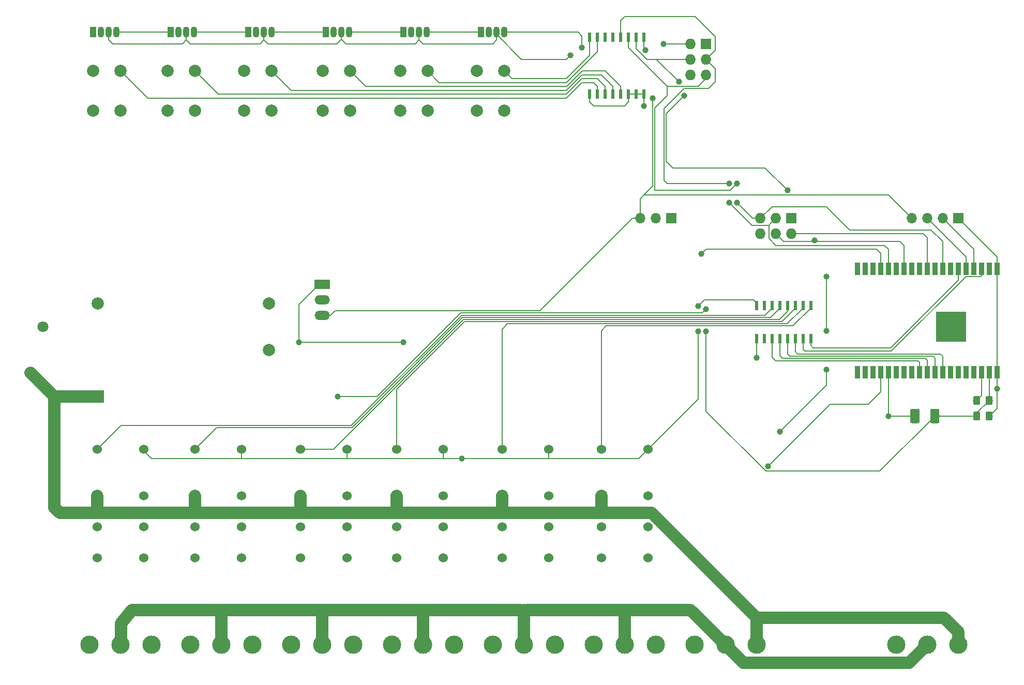
<source format=gbr>
G04 #@! TF.GenerationSoftware,KiCad,Pcbnew,(5.0.0)*
G04 #@! TF.CreationDate,2018-09-10T10:35:59+01:00*
G04 #@! TF.ProjectId,AquaHub,417175614875622E6B696361645F7063,rev?*
G04 #@! TF.SameCoordinates,Original*
G04 #@! TF.FileFunction,Copper,L2,Bot,Signal*
G04 #@! TF.FilePolarity,Positive*
%FSLAX46Y46*%
G04 Gerber Fmt 4.6, Leading zero omitted, Abs format (unit mm)*
G04 Created by KiCad (PCBNEW (5.0.0)) date 09/10/18 10:35:59*
%MOMM*%
%LPD*%
G01*
G04 APERTURE LIST*
G04 #@! TA.AperFunction,ComponentPad*
%ADD10R,1.727200X1.727200*%
G04 #@! TD*
G04 #@! TA.AperFunction,ComponentPad*
%ADD11O,1.727200X1.727200*%
G04 #@! TD*
G04 #@! TA.AperFunction,SMDPad,CuDef*
%ADD12R,0.600000X1.500000*%
G04 #@! TD*
G04 #@! TA.AperFunction,ComponentPad*
%ADD13O,1.070000X1.800000*%
G04 #@! TD*
G04 #@! TA.AperFunction,ComponentPad*
%ADD14R,1.070000X1.800000*%
G04 #@! TD*
G04 #@! TA.AperFunction,ComponentPad*
%ADD15C,2.000000*%
G04 #@! TD*
G04 #@! TA.AperFunction,ComponentPad*
%ADD16R,2.000000X2.000000*%
G04 #@! TD*
G04 #@! TA.AperFunction,ComponentPad*
%ADD17O,1.700000X1.700000*%
G04 #@! TD*
G04 #@! TA.AperFunction,ComponentPad*
%ADD18R,1.700000X1.700000*%
G04 #@! TD*
G04 #@! TA.AperFunction,ComponentPad*
%ADD19C,1.524000*%
G04 #@! TD*
G04 #@! TA.AperFunction,ComponentPad*
%ADD20O,2.500000X1.500000*%
G04 #@! TD*
G04 #@! TA.AperFunction,ComponentPad*
%ADD21R,2.500000X1.500000*%
G04 #@! TD*
G04 #@! TA.AperFunction,Conductor*
%ADD22C,0.100000*%
G04 #@! TD*
G04 #@! TA.AperFunction,SMDPad,CuDef*
%ADD23C,1.150000*%
G04 #@! TD*
G04 #@! TA.AperFunction,SMDPad,CuDef*
%ADD24C,1.500000*%
G04 #@! TD*
G04 #@! TA.AperFunction,ComponentPad*
%ADD25C,1.800000*%
G04 #@! TD*
G04 #@! TA.AperFunction,SMDPad,CuDef*
%ADD26R,5.000000X5.000000*%
G04 #@! TD*
G04 #@! TA.AperFunction,SMDPad,CuDef*
%ADD27R,0.900000X2.000000*%
G04 #@! TD*
G04 #@! TA.AperFunction,ComponentPad*
%ADD28C,3.000000*%
G04 #@! TD*
G04 #@! TA.AperFunction,ViaPad*
%ADD29C,1.000000*%
G04 #@! TD*
G04 #@! TA.AperFunction,Conductor*
%ADD30C,0.152400*%
G04 #@! TD*
G04 #@! TA.AperFunction,Conductor*
%ADD31C,2.000000*%
G04 #@! TD*
G04 APERTURE END LIST*
D10*
G04 #@! TO.P,J12,1*
G04 #@! TO.N,GND*
X153035000Y-46355000D03*
D11*
G04 #@! TO.P,J12,2*
G04 #@! TO.N,/Panel_LED*
X150495000Y-46355000D03*
G04 #@! TO.P,J12,3*
G04 #@! TO.N,/Panel_INT*
X153035000Y-48895000D03*
G04 #@! TO.P,J12,4*
G04 #@! TO.N,/Panel_SDA*
X150495000Y-48895000D03*
G04 #@! TO.P,J12,5*
G04 #@! TO.N,/Panel_SCL*
X153035000Y-51435000D03*
G04 #@! TO.P,J12,6*
G04 #@! TO.N,+5V*
X150495000Y-51435000D03*
G04 #@! TD*
D12*
G04 #@! TO.P,U6,1*
G04 #@! TO.N,GND*
X142875000Y-54610000D03*
G04 #@! TO.P,U6,2*
X141605000Y-54610000D03*
G04 #@! TO.P,U6,3*
X140335000Y-54610000D03*
G04 #@! TO.P,U6,4*
G04 #@! TO.N,Net-(SW3-Pad1)*
X139065000Y-54610000D03*
G04 #@! TO.P,U6,5*
G04 #@! TO.N,Net-(SW4-Pad1)*
X137795000Y-54610000D03*
G04 #@! TO.P,U6,6*
G04 #@! TO.N,Net-(SW5-Pad1)*
X136525000Y-54610000D03*
G04 #@! TO.P,U6,7*
G04 #@! TO.N,Net-(SW6-Pad1)*
X135255000Y-54610000D03*
G04 #@! TO.P,U6,8*
G04 #@! TO.N,GND*
X133985000Y-54610000D03*
G04 #@! TO.P,U6,9*
G04 #@! TO.N,Net-(SW1-Pad1)*
X133985000Y-45310000D03*
G04 #@! TO.P,U6,10*
G04 #@! TO.N,Net-(SW2-Pad1)*
X135255000Y-45310000D03*
G04 #@! TO.P,U6,11*
G04 #@! TO.N,N/C*
X136525000Y-45310000D03*
G04 #@! TO.P,U6,12*
X137795000Y-45310000D03*
G04 #@! TO.P,U6,13*
G04 #@! TO.N,/Panel_INT*
X139065000Y-45310000D03*
G04 #@! TO.P,U6,14*
G04 #@! TO.N,/Panel_SCL*
X140335000Y-45310000D03*
G04 #@! TO.P,U6,15*
G04 #@! TO.N,/Panel_SDA*
X141605000Y-45310000D03*
G04 #@! TO.P,U6,16*
G04 #@! TO.N,+5V*
X142875000Y-45310000D03*
G04 #@! TD*
D11*
G04 #@! TO.P,J11,6*
G04 #@! TO.N,+5V*
X161925000Y-77470000D03*
G04 #@! TO.P,J11,5*
G04 #@! TO.N,/Panel_SCL*
X161925000Y-74930000D03*
G04 #@! TO.P,J11,4*
G04 #@! TO.N,/Panel_SDA*
X164465000Y-77470000D03*
G04 #@! TO.P,J11,3*
G04 #@! TO.N,/Panel_INT*
X164465000Y-74930000D03*
G04 #@! TO.P,J11,2*
G04 #@! TO.N,/Panel_LED*
X167005000Y-77470000D03*
D10*
G04 #@! TO.P,J11,1*
G04 #@! TO.N,GND*
X167005000Y-74930000D03*
G04 #@! TD*
D13*
G04 #@! TO.P,D1,4*
G04 #@! TO.N,/Panel_LED*
X120015000Y-44450000D03*
G04 #@! TO.P,D1,3*
G04 #@! TO.N,+5V*
X118745000Y-44450000D03*
G04 #@! TO.P,D1,2*
G04 #@! TO.N,GND*
X117475000Y-44450000D03*
D14*
G04 #@! TO.P,D1,1*
G04 #@! TO.N,Net-(D1-Pad1)*
X116205000Y-44450000D03*
G04 #@! TD*
D15*
G04 #@! TO.P,SW1,2*
G04 #@! TO.N,GND*
X115515000Y-50800000D03*
G04 #@! TO.P,SW1,1*
G04 #@! TO.N,Net-(SW1-Pad1)*
X120015000Y-50800000D03*
G04 #@! TO.P,SW1,2*
G04 #@! TO.N,GND*
X115515000Y-57300000D03*
G04 #@! TO.P,SW1,1*
G04 #@! TO.N,Net-(SW1-Pad1)*
X120015000Y-57300000D03*
G04 #@! TD*
G04 #@! TO.P,SW5,1*
G04 #@! TO.N,Net-(SW5-Pad1)*
X69365000Y-57300000D03*
G04 #@! TO.P,SW5,2*
G04 #@! TO.N,GND*
X64865000Y-57300000D03*
G04 #@! TO.P,SW5,1*
G04 #@! TO.N,Net-(SW5-Pad1)*
X69365000Y-50800000D03*
G04 #@! TO.P,SW5,2*
G04 #@! TO.N,GND*
X64865000Y-50800000D03*
G04 #@! TD*
G04 #@! TO.P,V1,3*
G04 #@! TO.N,GND*
X81453344Y-88927320D03*
G04 #@! TO.P,V1,4*
G04 #@! TO.N,+12V*
X81452344Y-96547320D03*
G04 #@! TO.P,V1,2*
G04 #@! TO.N,LIVE*
X53465000Y-88927320D03*
D16*
G04 #@! TO.P,V1,1*
G04 #@! TO.N,NEUTRAL*
X53465000Y-104140000D03*
G04 #@! TD*
D17*
G04 #@! TO.P,J9,3*
G04 #@! TO.N,+5V*
X142240000Y-74930000D03*
G04 #@! TO.P,J9,2*
G04 #@! TO.N,Net-(J9-Pad2)*
X144780000Y-74930000D03*
D18*
G04 #@! TO.P,J9,1*
G04 #@! TO.N,GND*
X147320000Y-74930000D03*
G04 #@! TD*
D19*
G04 #@! TO.P,K1,16*
G04 #@! TO.N,+12V*
X60960000Y-112776000D03*
G04 #@! TO.P,K1,13*
G04 #@! TO.N,LIVE*
X60960000Y-120396000D03*
G04 #@! TO.P,K1,11*
G04 #@! TO.N,N/C*
X60960000Y-125476000D03*
G04 #@! TO.P,K1,9*
G04 #@! TO.N,LIVE1*
X60960000Y-130556000D03*
G04 #@! TO.P,K1,8*
G04 #@! TO.N,NEUTRAL1*
X53340000Y-130556000D03*
G04 #@! TO.P,K1,6*
G04 #@! TO.N,N/C*
X53340000Y-125476000D03*
G04 #@! TO.P,K1,4*
G04 #@! TO.N,NEUTRAL*
X53340000Y-120396000D03*
G04 #@! TO.P,K1,1*
G04 #@! TO.N,RE1*
X53340000Y-112776000D03*
G04 #@! TD*
G04 #@! TO.P,K2,16*
G04 #@! TO.N,+12V*
X76962000Y-112776000D03*
G04 #@! TO.P,K2,13*
G04 #@! TO.N,LIVE*
X76962000Y-120396000D03*
G04 #@! TO.P,K2,11*
G04 #@! TO.N,N/C*
X76962000Y-125476000D03*
G04 #@! TO.P,K2,9*
G04 #@! TO.N,LIVE2*
X76962000Y-130556000D03*
G04 #@! TO.P,K2,8*
G04 #@! TO.N,NEUTRAL2*
X69342000Y-130556000D03*
G04 #@! TO.P,K2,6*
G04 #@! TO.N,N/C*
X69342000Y-125476000D03*
G04 #@! TO.P,K2,4*
G04 #@! TO.N,NEUTRAL*
X69342000Y-120396000D03*
G04 #@! TO.P,K2,1*
G04 #@! TO.N,RE2*
X69342000Y-112776000D03*
G04 #@! TD*
G04 #@! TO.P,K3,16*
G04 #@! TO.N,+12V*
X94234000Y-112776000D03*
G04 #@! TO.P,K3,13*
G04 #@! TO.N,LIVE*
X94234000Y-120396000D03*
G04 #@! TO.P,K3,11*
G04 #@! TO.N,N/C*
X94234000Y-125476000D03*
G04 #@! TO.P,K3,9*
G04 #@! TO.N,LIVE3*
X94234000Y-130556000D03*
G04 #@! TO.P,K3,8*
G04 #@! TO.N,NEUTRAL3*
X86614000Y-130556000D03*
G04 #@! TO.P,K3,6*
G04 #@! TO.N,N/C*
X86614000Y-125476000D03*
G04 #@! TO.P,K3,4*
G04 #@! TO.N,NEUTRAL*
X86614000Y-120396000D03*
G04 #@! TO.P,K3,1*
G04 #@! TO.N,RE3*
X86614000Y-112776000D03*
G04 #@! TD*
G04 #@! TO.P,K4,16*
G04 #@! TO.N,+12V*
X109982000Y-112776000D03*
G04 #@! TO.P,K4,13*
G04 #@! TO.N,LIVE*
X109982000Y-120396000D03*
G04 #@! TO.P,K4,11*
G04 #@! TO.N,N/C*
X109982000Y-125476000D03*
G04 #@! TO.P,K4,9*
G04 #@! TO.N,LIVE4*
X109982000Y-130556000D03*
G04 #@! TO.P,K4,8*
G04 #@! TO.N,NEUTRAL4*
X102362000Y-130556000D03*
G04 #@! TO.P,K4,6*
G04 #@! TO.N,N/C*
X102362000Y-125476000D03*
G04 #@! TO.P,K4,4*
G04 #@! TO.N,NEUTRAL*
X102362000Y-120396000D03*
G04 #@! TO.P,K4,1*
G04 #@! TO.N,RE4*
X102362000Y-112776000D03*
G04 #@! TD*
G04 #@! TO.P,K5,16*
G04 #@! TO.N,+12V*
X127254000Y-112776000D03*
G04 #@! TO.P,K5,13*
G04 #@! TO.N,LIVE*
X127254000Y-120396000D03*
G04 #@! TO.P,K5,11*
G04 #@! TO.N,N/C*
X127254000Y-125476000D03*
G04 #@! TO.P,K5,9*
G04 #@! TO.N,LIVE5*
X127254000Y-130556000D03*
G04 #@! TO.P,K5,8*
G04 #@! TO.N,NEUTRAL5*
X119634000Y-130556000D03*
G04 #@! TO.P,K5,6*
G04 #@! TO.N,N/C*
X119634000Y-125476000D03*
G04 #@! TO.P,K5,4*
G04 #@! TO.N,NEUTRAL*
X119634000Y-120396000D03*
G04 #@! TO.P,K5,1*
G04 #@! TO.N,RE5*
X119634000Y-112776000D03*
G04 #@! TD*
G04 #@! TO.P,K6,16*
G04 #@! TO.N,+12V*
X143510000Y-112776000D03*
G04 #@! TO.P,K6,13*
G04 #@! TO.N,LIVE*
X143510000Y-120396000D03*
G04 #@! TO.P,K6,11*
G04 #@! TO.N,N/C*
X143510000Y-125476000D03*
G04 #@! TO.P,K6,9*
G04 #@! TO.N,LIVE6*
X143510000Y-130556000D03*
G04 #@! TO.P,K6,8*
G04 #@! TO.N,NEUTRAL6*
X135890000Y-130556000D03*
G04 #@! TO.P,K6,6*
G04 #@! TO.N,N/C*
X135890000Y-125476000D03*
G04 #@! TO.P,K6,4*
G04 #@! TO.N,NEUTRAL*
X135890000Y-120396000D03*
G04 #@! TO.P,K6,1*
G04 #@! TO.N,RE6*
X135890000Y-112776000D03*
G04 #@! TD*
D12*
G04 #@! TO.P,U4,16*
G04 #@! TO.N,RE6*
X170180000Y-89215000D03*
G04 #@! TO.P,U4,15*
G04 #@! TO.N,RE5*
X168910000Y-89215000D03*
G04 #@! TO.P,U4,14*
G04 #@! TO.N,RE4*
X167640000Y-89215000D03*
G04 #@! TO.P,U4,13*
G04 #@! TO.N,RE3*
X166370000Y-89215000D03*
G04 #@! TO.P,U4,12*
G04 #@! TO.N,RE2*
X165100000Y-89215000D03*
G04 #@! TO.P,U4,11*
G04 #@! TO.N,RE1*
X163830000Y-89215000D03*
G04 #@! TO.P,U4,10*
G04 #@! TO.N,N/C*
X162560000Y-89215000D03*
G04 #@! TO.P,U4,9*
G04 #@! TO.N,+12V*
X161290000Y-89215000D03*
G04 #@! TO.P,U4,8*
G04 #@! TO.N,GND*
X161290000Y-94615000D03*
G04 #@! TO.P,U4,7*
G04 #@! TO.N,N/C*
X162560000Y-94615000D03*
G04 #@! TO.P,U4,6*
G04 #@! TO.N,/POW6*
X163830000Y-94615000D03*
G04 #@! TO.P,U4,5*
G04 #@! TO.N,/POW5*
X165100000Y-94615000D03*
G04 #@! TO.P,U4,4*
G04 #@! TO.N,/POW4*
X166370000Y-94615000D03*
G04 #@! TO.P,U4,3*
G04 #@! TO.N,/POW3*
X167640000Y-94615000D03*
G04 #@! TO.P,U4,2*
G04 #@! TO.N,/POW2*
X168910000Y-94615000D03*
G04 #@! TO.P,U4,1*
G04 #@! TO.N,/POW1*
X170180000Y-94615000D03*
G04 #@! TD*
D20*
G04 #@! TO.P,U5,3*
G04 #@! TO.N,+5V*
X90170000Y-90805000D03*
G04 #@! TO.P,U5,2*
G04 #@! TO.N,GND*
X90170000Y-88265000D03*
D21*
G04 #@! TO.P,U5,1*
G04 #@! TO.N,+12V*
X90170000Y-85725000D03*
G04 #@! TD*
D17*
G04 #@! TO.P,J10,4*
G04 #@! TO.N,+5V*
X186690000Y-74930000D03*
G04 #@! TO.P,J10,3*
G04 #@! TO.N,RX*
X189230000Y-74930000D03*
G04 #@! TO.P,J10,2*
G04 #@! TO.N,TX*
X191770000Y-74930000D03*
D18*
G04 #@! TO.P,J10,1*
G04 #@! TO.N,GND*
X194310000Y-74930000D03*
G04 #@! TD*
D22*
G04 #@! TO.N,GND*
G04 #@! TO.C,C3*
G36*
X199739505Y-106616204D02*
X199763773Y-106619804D01*
X199787572Y-106625765D01*
X199810671Y-106634030D01*
X199832850Y-106644520D01*
X199853893Y-106657132D01*
X199873599Y-106671747D01*
X199891777Y-106688223D01*
X199908253Y-106706401D01*
X199922868Y-106726107D01*
X199935480Y-106747150D01*
X199945970Y-106769329D01*
X199954235Y-106792428D01*
X199960196Y-106816227D01*
X199963796Y-106840495D01*
X199965000Y-106864999D01*
X199965000Y-107765001D01*
X199963796Y-107789505D01*
X199960196Y-107813773D01*
X199954235Y-107837572D01*
X199945970Y-107860671D01*
X199935480Y-107882850D01*
X199922868Y-107903893D01*
X199908253Y-107923599D01*
X199891777Y-107941777D01*
X199873599Y-107958253D01*
X199853893Y-107972868D01*
X199832850Y-107985480D01*
X199810671Y-107995970D01*
X199787572Y-108004235D01*
X199763773Y-108010196D01*
X199739505Y-108013796D01*
X199715001Y-108015000D01*
X199064999Y-108015000D01*
X199040495Y-108013796D01*
X199016227Y-108010196D01*
X198992428Y-108004235D01*
X198969329Y-107995970D01*
X198947150Y-107985480D01*
X198926107Y-107972868D01*
X198906401Y-107958253D01*
X198888223Y-107941777D01*
X198871747Y-107923599D01*
X198857132Y-107903893D01*
X198844520Y-107882850D01*
X198834030Y-107860671D01*
X198825765Y-107837572D01*
X198819804Y-107813773D01*
X198816204Y-107789505D01*
X198815000Y-107765001D01*
X198815000Y-106864999D01*
X198816204Y-106840495D01*
X198819804Y-106816227D01*
X198825765Y-106792428D01*
X198834030Y-106769329D01*
X198844520Y-106747150D01*
X198857132Y-106726107D01*
X198871747Y-106706401D01*
X198888223Y-106688223D01*
X198906401Y-106671747D01*
X198926107Y-106657132D01*
X198947150Y-106644520D01*
X198969329Y-106634030D01*
X198992428Y-106625765D01*
X199016227Y-106619804D01*
X199040495Y-106616204D01*
X199064999Y-106615000D01*
X199715001Y-106615000D01*
X199739505Y-106616204D01*
X199739505Y-106616204D01*
G37*
D23*
G04 #@! TD*
G04 #@! TO.P,C3,2*
G04 #@! TO.N,GND*
X199390000Y-107315000D03*
D22*
G04 #@! TO.N,+3V3*
G04 #@! TO.C,C3*
G36*
X197689505Y-106616204D02*
X197713773Y-106619804D01*
X197737572Y-106625765D01*
X197760671Y-106634030D01*
X197782850Y-106644520D01*
X197803893Y-106657132D01*
X197823599Y-106671747D01*
X197841777Y-106688223D01*
X197858253Y-106706401D01*
X197872868Y-106726107D01*
X197885480Y-106747150D01*
X197895970Y-106769329D01*
X197904235Y-106792428D01*
X197910196Y-106816227D01*
X197913796Y-106840495D01*
X197915000Y-106864999D01*
X197915000Y-107765001D01*
X197913796Y-107789505D01*
X197910196Y-107813773D01*
X197904235Y-107837572D01*
X197895970Y-107860671D01*
X197885480Y-107882850D01*
X197872868Y-107903893D01*
X197858253Y-107923599D01*
X197841777Y-107941777D01*
X197823599Y-107958253D01*
X197803893Y-107972868D01*
X197782850Y-107985480D01*
X197760671Y-107995970D01*
X197737572Y-108004235D01*
X197713773Y-108010196D01*
X197689505Y-108013796D01*
X197665001Y-108015000D01*
X197014999Y-108015000D01*
X196990495Y-108013796D01*
X196966227Y-108010196D01*
X196942428Y-108004235D01*
X196919329Y-107995970D01*
X196897150Y-107985480D01*
X196876107Y-107972868D01*
X196856401Y-107958253D01*
X196838223Y-107941777D01*
X196821747Y-107923599D01*
X196807132Y-107903893D01*
X196794520Y-107882850D01*
X196784030Y-107860671D01*
X196775765Y-107837572D01*
X196769804Y-107813773D01*
X196766204Y-107789505D01*
X196765000Y-107765001D01*
X196765000Y-106864999D01*
X196766204Y-106840495D01*
X196769804Y-106816227D01*
X196775765Y-106792428D01*
X196784030Y-106769329D01*
X196794520Y-106747150D01*
X196807132Y-106726107D01*
X196821747Y-106706401D01*
X196838223Y-106688223D01*
X196856401Y-106671747D01*
X196876107Y-106657132D01*
X196897150Y-106644520D01*
X196919329Y-106634030D01*
X196942428Y-106625765D01*
X196966227Y-106619804D01*
X196990495Y-106616204D01*
X197014999Y-106615000D01*
X197665001Y-106615000D01*
X197689505Y-106616204D01*
X197689505Y-106616204D01*
G37*
D23*
G04 #@! TD*
G04 #@! TO.P,C3,1*
G04 #@! TO.N,+3V3*
X197340000Y-107315000D03*
D22*
G04 #@! TO.N,+3V3*
G04 #@! TO.C,R4*
G36*
X199739505Y-104076204D02*
X199763773Y-104079804D01*
X199787572Y-104085765D01*
X199810671Y-104094030D01*
X199832850Y-104104520D01*
X199853893Y-104117132D01*
X199873599Y-104131747D01*
X199891777Y-104148223D01*
X199908253Y-104166401D01*
X199922868Y-104186107D01*
X199935480Y-104207150D01*
X199945970Y-104229329D01*
X199954235Y-104252428D01*
X199960196Y-104276227D01*
X199963796Y-104300495D01*
X199965000Y-104324999D01*
X199965000Y-105225001D01*
X199963796Y-105249505D01*
X199960196Y-105273773D01*
X199954235Y-105297572D01*
X199945970Y-105320671D01*
X199935480Y-105342850D01*
X199922868Y-105363893D01*
X199908253Y-105383599D01*
X199891777Y-105401777D01*
X199873599Y-105418253D01*
X199853893Y-105432868D01*
X199832850Y-105445480D01*
X199810671Y-105455970D01*
X199787572Y-105464235D01*
X199763773Y-105470196D01*
X199739505Y-105473796D01*
X199715001Y-105475000D01*
X199064999Y-105475000D01*
X199040495Y-105473796D01*
X199016227Y-105470196D01*
X198992428Y-105464235D01*
X198969329Y-105455970D01*
X198947150Y-105445480D01*
X198926107Y-105432868D01*
X198906401Y-105418253D01*
X198888223Y-105401777D01*
X198871747Y-105383599D01*
X198857132Y-105363893D01*
X198844520Y-105342850D01*
X198834030Y-105320671D01*
X198825765Y-105297572D01*
X198819804Y-105273773D01*
X198816204Y-105249505D01*
X198815000Y-105225001D01*
X198815000Y-104324999D01*
X198816204Y-104300495D01*
X198819804Y-104276227D01*
X198825765Y-104252428D01*
X198834030Y-104229329D01*
X198844520Y-104207150D01*
X198857132Y-104186107D01*
X198871747Y-104166401D01*
X198888223Y-104148223D01*
X198906401Y-104131747D01*
X198926107Y-104117132D01*
X198947150Y-104104520D01*
X198969329Y-104094030D01*
X198992428Y-104085765D01*
X199016227Y-104079804D01*
X199040495Y-104076204D01*
X199064999Y-104075000D01*
X199715001Y-104075000D01*
X199739505Y-104076204D01*
X199739505Y-104076204D01*
G37*
D23*
G04 #@! TD*
G04 #@! TO.P,R4,2*
G04 #@! TO.N,+3V3*
X199390000Y-104775000D03*
D22*
G04 #@! TO.N,Net-(R4-Pad1)*
G04 #@! TO.C,R4*
G36*
X197689505Y-104076204D02*
X197713773Y-104079804D01*
X197737572Y-104085765D01*
X197760671Y-104094030D01*
X197782850Y-104104520D01*
X197803893Y-104117132D01*
X197823599Y-104131747D01*
X197841777Y-104148223D01*
X197858253Y-104166401D01*
X197872868Y-104186107D01*
X197885480Y-104207150D01*
X197895970Y-104229329D01*
X197904235Y-104252428D01*
X197910196Y-104276227D01*
X197913796Y-104300495D01*
X197915000Y-104324999D01*
X197915000Y-105225001D01*
X197913796Y-105249505D01*
X197910196Y-105273773D01*
X197904235Y-105297572D01*
X197895970Y-105320671D01*
X197885480Y-105342850D01*
X197872868Y-105363893D01*
X197858253Y-105383599D01*
X197841777Y-105401777D01*
X197823599Y-105418253D01*
X197803893Y-105432868D01*
X197782850Y-105445480D01*
X197760671Y-105455970D01*
X197737572Y-105464235D01*
X197713773Y-105470196D01*
X197689505Y-105473796D01*
X197665001Y-105475000D01*
X197014999Y-105475000D01*
X196990495Y-105473796D01*
X196966227Y-105470196D01*
X196942428Y-105464235D01*
X196919329Y-105455970D01*
X196897150Y-105445480D01*
X196876107Y-105432868D01*
X196856401Y-105418253D01*
X196838223Y-105401777D01*
X196821747Y-105383599D01*
X196807132Y-105363893D01*
X196794520Y-105342850D01*
X196784030Y-105320671D01*
X196775765Y-105297572D01*
X196769804Y-105273773D01*
X196766204Y-105249505D01*
X196765000Y-105225001D01*
X196765000Y-104324999D01*
X196766204Y-104300495D01*
X196769804Y-104276227D01*
X196775765Y-104252428D01*
X196784030Y-104229329D01*
X196794520Y-104207150D01*
X196807132Y-104186107D01*
X196821747Y-104166401D01*
X196838223Y-104148223D01*
X196856401Y-104131747D01*
X196876107Y-104117132D01*
X196897150Y-104104520D01*
X196919329Y-104094030D01*
X196942428Y-104085765D01*
X196966227Y-104079804D01*
X196990495Y-104076204D01*
X197014999Y-104075000D01*
X197665001Y-104075000D01*
X197689505Y-104076204D01*
X197689505Y-104076204D01*
G37*
D23*
G04 #@! TD*
G04 #@! TO.P,R4,1*
G04 #@! TO.N,Net-(R4-Pad1)*
X197340000Y-104775000D03*
D22*
G04 #@! TO.N,GND*
G04 #@! TO.C,C4*
G36*
X187774504Y-106141204D02*
X187798773Y-106144804D01*
X187822571Y-106150765D01*
X187845671Y-106159030D01*
X187867849Y-106169520D01*
X187888893Y-106182133D01*
X187908598Y-106196747D01*
X187926777Y-106213223D01*
X187943253Y-106231402D01*
X187957867Y-106251107D01*
X187970480Y-106272151D01*
X187980970Y-106294329D01*
X187989235Y-106317429D01*
X187995196Y-106341227D01*
X187998796Y-106365496D01*
X188000000Y-106390000D01*
X188000000Y-108240000D01*
X187998796Y-108264504D01*
X187995196Y-108288773D01*
X187989235Y-108312571D01*
X187980970Y-108335671D01*
X187970480Y-108357849D01*
X187957867Y-108378893D01*
X187943253Y-108398598D01*
X187926777Y-108416777D01*
X187908598Y-108433253D01*
X187888893Y-108447867D01*
X187867849Y-108460480D01*
X187845671Y-108470970D01*
X187822571Y-108479235D01*
X187798773Y-108485196D01*
X187774504Y-108488796D01*
X187750000Y-108490000D01*
X186750000Y-108490000D01*
X186725496Y-108488796D01*
X186701227Y-108485196D01*
X186677429Y-108479235D01*
X186654329Y-108470970D01*
X186632151Y-108460480D01*
X186611107Y-108447867D01*
X186591402Y-108433253D01*
X186573223Y-108416777D01*
X186556747Y-108398598D01*
X186542133Y-108378893D01*
X186529520Y-108357849D01*
X186519030Y-108335671D01*
X186510765Y-108312571D01*
X186504804Y-108288773D01*
X186501204Y-108264504D01*
X186500000Y-108240000D01*
X186500000Y-106390000D01*
X186501204Y-106365496D01*
X186504804Y-106341227D01*
X186510765Y-106317429D01*
X186519030Y-106294329D01*
X186529520Y-106272151D01*
X186542133Y-106251107D01*
X186556747Y-106231402D01*
X186573223Y-106213223D01*
X186591402Y-106196747D01*
X186611107Y-106182133D01*
X186632151Y-106169520D01*
X186654329Y-106159030D01*
X186677429Y-106150765D01*
X186701227Y-106144804D01*
X186725496Y-106141204D01*
X186750000Y-106140000D01*
X187750000Y-106140000D01*
X187774504Y-106141204D01*
X187774504Y-106141204D01*
G37*
D24*
G04 #@! TD*
G04 #@! TO.P,C4,2*
G04 #@! TO.N,GND*
X187250000Y-107315000D03*
D22*
G04 #@! TO.N,+3V3*
G04 #@! TO.C,C4*
G36*
X191024504Y-106141204D02*
X191048773Y-106144804D01*
X191072571Y-106150765D01*
X191095671Y-106159030D01*
X191117849Y-106169520D01*
X191138893Y-106182133D01*
X191158598Y-106196747D01*
X191176777Y-106213223D01*
X191193253Y-106231402D01*
X191207867Y-106251107D01*
X191220480Y-106272151D01*
X191230970Y-106294329D01*
X191239235Y-106317429D01*
X191245196Y-106341227D01*
X191248796Y-106365496D01*
X191250000Y-106390000D01*
X191250000Y-108240000D01*
X191248796Y-108264504D01*
X191245196Y-108288773D01*
X191239235Y-108312571D01*
X191230970Y-108335671D01*
X191220480Y-108357849D01*
X191207867Y-108378893D01*
X191193253Y-108398598D01*
X191176777Y-108416777D01*
X191158598Y-108433253D01*
X191138893Y-108447867D01*
X191117849Y-108460480D01*
X191095671Y-108470970D01*
X191072571Y-108479235D01*
X191048773Y-108485196D01*
X191024504Y-108488796D01*
X191000000Y-108490000D01*
X190000000Y-108490000D01*
X189975496Y-108488796D01*
X189951227Y-108485196D01*
X189927429Y-108479235D01*
X189904329Y-108470970D01*
X189882151Y-108460480D01*
X189861107Y-108447867D01*
X189841402Y-108433253D01*
X189823223Y-108416777D01*
X189806747Y-108398598D01*
X189792133Y-108378893D01*
X189779520Y-108357849D01*
X189769030Y-108335671D01*
X189760765Y-108312571D01*
X189754804Y-108288773D01*
X189751204Y-108264504D01*
X189750000Y-108240000D01*
X189750000Y-106390000D01*
X189751204Y-106365496D01*
X189754804Y-106341227D01*
X189760765Y-106317429D01*
X189769030Y-106294329D01*
X189779520Y-106272151D01*
X189792133Y-106251107D01*
X189806747Y-106231402D01*
X189823223Y-106213223D01*
X189841402Y-106196747D01*
X189861107Y-106182133D01*
X189882151Y-106169520D01*
X189904329Y-106159030D01*
X189927429Y-106150765D01*
X189951227Y-106144804D01*
X189975496Y-106141204D01*
X190000000Y-106140000D01*
X191000000Y-106140000D01*
X191024504Y-106141204D01*
X191024504Y-106141204D01*
G37*
D24*
G04 #@! TD*
G04 #@! TO.P,C4,1*
G04 #@! TO.N,+3V3*
X190500000Y-107315000D03*
D25*
G04 #@! TO.P,RV1,2*
G04 #@! TO.N,NEUTRAL*
X42450000Y-100210000D03*
G04 #@! TO.P,RV1,1*
G04 #@! TO.N,LIVE*
X44450000Y-92710000D03*
G04 #@! TD*
D13*
G04 #@! TO.P,D2,4*
G04 #@! TO.N,Net-(D1-Pad1)*
X107315000Y-44450000D03*
G04 #@! TO.P,D2,3*
G04 #@! TO.N,+5V*
X106045000Y-44450000D03*
G04 #@! TO.P,D2,2*
G04 #@! TO.N,GND*
X104775000Y-44450000D03*
D14*
G04 #@! TO.P,D2,1*
G04 #@! TO.N,Net-(D2-Pad1)*
X103505000Y-44450000D03*
G04 #@! TD*
D13*
G04 #@! TO.P,D3,4*
G04 #@! TO.N,Net-(D2-Pad1)*
X94615000Y-44450000D03*
G04 #@! TO.P,D3,3*
G04 #@! TO.N,+5V*
X93345000Y-44450000D03*
G04 #@! TO.P,D3,2*
G04 #@! TO.N,GND*
X92075000Y-44450000D03*
D14*
G04 #@! TO.P,D3,1*
G04 #@! TO.N,Net-(D3-Pad1)*
X90805000Y-44450000D03*
G04 #@! TD*
D13*
G04 #@! TO.P,D4,4*
G04 #@! TO.N,Net-(D3-Pad1)*
X81915000Y-44450000D03*
G04 #@! TO.P,D4,3*
G04 #@! TO.N,+5V*
X80645000Y-44450000D03*
G04 #@! TO.P,D4,2*
G04 #@! TO.N,GND*
X79375000Y-44450000D03*
D14*
G04 #@! TO.P,D4,1*
G04 #@! TO.N,Net-(D4-Pad1)*
X78105000Y-44450000D03*
G04 #@! TD*
D13*
G04 #@! TO.P,D5,4*
G04 #@! TO.N,Net-(D4-Pad1)*
X69215000Y-44450000D03*
G04 #@! TO.P,D5,3*
G04 #@! TO.N,+5V*
X67945000Y-44450000D03*
G04 #@! TO.P,D5,2*
G04 #@! TO.N,GND*
X66675000Y-44450000D03*
D14*
G04 #@! TO.P,D5,1*
G04 #@! TO.N,Net-(D5-Pad1)*
X65405000Y-44450000D03*
G04 #@! TD*
D13*
G04 #@! TO.P,D6,4*
G04 #@! TO.N,Net-(D5-Pad1)*
X56515000Y-44450000D03*
G04 #@! TO.P,D6,3*
G04 #@! TO.N,+5V*
X55245000Y-44450000D03*
G04 #@! TO.P,D6,2*
G04 #@! TO.N,GND*
X53975000Y-44450000D03*
D14*
G04 #@! TO.P,D6,1*
G04 #@! TO.N,N/C*
X52705000Y-44450000D03*
G04 #@! TD*
D26*
G04 #@! TO.P,U1,39*
G04 #@! TO.N,N/C*
X193160000Y-92685000D03*
D27*
G04 #@! TO.P,U1,38*
G04 #@! TO.N,GND*
X200660000Y-83185000D03*
G04 #@! TO.P,U1,37*
G04 #@! TO.N,N/C*
X199390000Y-83185000D03*
G04 #@! TO.P,U1,36*
G04 #@! TO.N,/POW2*
X198120000Y-83185000D03*
G04 #@! TO.P,U1,35*
G04 #@! TO.N,TX*
X196850000Y-83185000D03*
G04 #@! TO.P,U1,34*
G04 #@! TO.N,RX*
X195580000Y-83185000D03*
G04 #@! TO.P,U1,33*
G04 #@! TO.N,/POW1*
X194310000Y-83185000D03*
G04 #@! TO.P,U1,32*
G04 #@! TO.N,N/C*
X193040000Y-83185000D03*
G04 #@! TO.P,U1,31*
G04 #@! TO.N,/Panel_SCL*
X191770000Y-83185000D03*
G04 #@! TO.P,U1,30*
G04 #@! TO.N,N/C*
X190500000Y-83185000D03*
G04 #@! TO.P,U1,29*
G04 #@! TO.N,/Panel_LED*
X189230000Y-83185000D03*
G04 #@! TO.P,U1,28*
G04 #@! TO.N,N/C*
X187960000Y-83185000D03*
G04 #@! TO.P,U1,27*
X186690000Y-83185000D03*
G04 #@! TO.P,U1,26*
G04 #@! TO.N,/Panel_SDA*
X185420000Y-83185000D03*
G04 #@! TO.P,U1,25*
G04 #@! TO.N,N/C*
X184150000Y-83185000D03*
G04 #@! TO.P,U1,24*
G04 #@! TO.N,/Panel_INT*
X182880000Y-83185000D03*
G04 #@! TO.P,U1,23*
G04 #@! TO.N,/FLOW_SENSE*
X181610000Y-83185000D03*
G04 #@! TO.P,U1,22*
G04 #@! TO.N,N/C*
X180340000Y-83185000D03*
G04 #@! TO.P,U1,20*
X177800000Y-83185000D03*
G04 #@! TO.P,U1,21*
X179070000Y-83185000D03*
G04 #@! TO.P,U1,19*
X177800000Y-100185000D03*
G04 #@! TO.P,U1,18*
X179070000Y-100185000D03*
G04 #@! TO.P,U1,17*
X180340000Y-100185000D03*
G04 #@! TO.P,U1,16*
G04 #@! TO.N,POWER_SENSE*
X181610000Y-100185000D03*
G04 #@! TO.P,U1,15*
G04 #@! TO.N,GND*
X182880000Y-100185000D03*
G04 #@! TO.P,U1,14*
G04 #@! TO.N,N/C*
X184150000Y-100185000D03*
G04 #@! TO.P,U1,13*
X185420000Y-100185000D03*
G04 #@! TO.P,U1,12*
X186690000Y-100185000D03*
G04 #@! TO.P,U1,11*
G04 #@! TO.N,/POW6*
X187960000Y-100185000D03*
G04 #@! TO.P,U1,10*
G04 #@! TO.N,/POW5*
X189230000Y-100185000D03*
G04 #@! TO.P,U1,9*
G04 #@! TO.N,/POW4*
X190500000Y-100185000D03*
G04 #@! TO.P,U1,8*
G04 #@! TO.N,/POW3*
X191770000Y-100185000D03*
G04 #@! TO.P,U1,7*
G04 #@! TO.N,N/C*
X193040000Y-100185000D03*
G04 #@! TO.P,U1,6*
X194310000Y-100185000D03*
G04 #@! TO.P,U1,5*
X195580000Y-100185000D03*
G04 #@! TO.P,U1,4*
X196850000Y-100185000D03*
G04 #@! TO.P,U1,3*
G04 #@! TO.N,Net-(R4-Pad1)*
X198120000Y-100185000D03*
G04 #@! TO.P,U1,2*
G04 #@! TO.N,+3V3*
X199390000Y-100185000D03*
G04 #@! TO.P,U1,1*
G04 #@! TO.N,GND*
X200660000Y-100185000D03*
G04 #@! TD*
D15*
G04 #@! TO.P,SW2,2*
G04 #@! TO.N,GND*
X102965000Y-50800000D03*
G04 #@! TO.P,SW2,1*
G04 #@! TO.N,Net-(SW2-Pad1)*
X107465000Y-50800000D03*
G04 #@! TO.P,SW2,2*
G04 #@! TO.N,GND*
X102965000Y-57300000D03*
G04 #@! TO.P,SW2,1*
G04 #@! TO.N,Net-(SW2-Pad1)*
X107465000Y-57300000D03*
G04 #@! TD*
G04 #@! TO.P,SW3,1*
G04 #@! TO.N,Net-(SW3-Pad1)*
X94765000Y-57300000D03*
G04 #@! TO.P,SW3,2*
G04 #@! TO.N,GND*
X90265000Y-57300000D03*
G04 #@! TO.P,SW3,1*
G04 #@! TO.N,Net-(SW3-Pad1)*
X94765000Y-50800000D03*
G04 #@! TO.P,SW3,2*
G04 #@! TO.N,GND*
X90265000Y-50800000D03*
G04 #@! TD*
G04 #@! TO.P,SW4,2*
G04 #@! TO.N,GND*
X77415000Y-50800000D03*
G04 #@! TO.P,SW4,1*
G04 #@! TO.N,Net-(SW4-Pad1)*
X81915000Y-50800000D03*
G04 #@! TO.P,SW4,2*
G04 #@! TO.N,GND*
X77415000Y-57300000D03*
G04 #@! TO.P,SW4,1*
G04 #@! TO.N,Net-(SW4-Pad1)*
X81915000Y-57300000D03*
G04 #@! TD*
G04 #@! TO.P,SW6,1*
G04 #@! TO.N,Net-(SW6-Pad1)*
X57205000Y-57300000D03*
G04 #@! TO.P,SW6,2*
G04 #@! TO.N,GND*
X52705000Y-57300000D03*
G04 #@! TO.P,SW6,1*
G04 #@! TO.N,Net-(SW6-Pad1)*
X57205000Y-50800000D03*
G04 #@! TO.P,SW6,2*
G04 #@! TO.N,GND*
X52705000Y-50800000D03*
G04 #@! TD*
D28*
G04 #@! TO.P,J1,1*
G04 #@! TO.N,NEUTRAL1*
X52070000Y-144780000D03*
G04 #@! TO.P,J1,2*
G04 #@! TO.N,EARTH*
X57150000Y-144780000D03*
G04 #@! TO.P,J1,3*
G04 #@! TO.N,LIVE1*
X62230000Y-144780000D03*
G04 #@! TD*
G04 #@! TO.P,J2,1*
G04 #@! TO.N,NEUTRAL2*
X68580000Y-144780000D03*
G04 #@! TO.P,J2,2*
G04 #@! TO.N,EARTH*
X73660000Y-144780000D03*
G04 #@! TO.P,J2,3*
G04 #@! TO.N,LIVE2*
X78740000Y-144780000D03*
G04 #@! TD*
G04 #@! TO.P,J3,3*
G04 #@! TO.N,LIVE3*
X95250000Y-144780000D03*
G04 #@! TO.P,J3,2*
G04 #@! TO.N,EARTH*
X90170000Y-144780000D03*
G04 #@! TO.P,J3,1*
G04 #@! TO.N,NEUTRAL3*
X85090000Y-144780000D03*
G04 #@! TD*
G04 #@! TO.P,J4,1*
G04 #@! TO.N,NEUTRAL4*
X101600000Y-144780000D03*
G04 #@! TO.P,J4,2*
G04 #@! TO.N,EARTH*
X106680000Y-144780000D03*
G04 #@! TO.P,J4,3*
G04 #@! TO.N,LIVE4*
X111760000Y-144780000D03*
G04 #@! TD*
G04 #@! TO.P,J5,1*
G04 #@! TO.N,NEUTRAL5*
X118110000Y-144780000D03*
G04 #@! TO.P,J5,2*
G04 #@! TO.N,EARTH*
X123190000Y-144780000D03*
G04 #@! TO.P,J5,3*
G04 #@! TO.N,LIVE5*
X128270000Y-144780000D03*
G04 #@! TD*
G04 #@! TO.P,J6,3*
G04 #@! TO.N,LIVE6*
X144780000Y-144780000D03*
G04 #@! TO.P,J6,2*
G04 #@! TO.N,EARTH*
X139700000Y-144780000D03*
G04 #@! TO.P,J6,1*
G04 #@! TO.N,NEUTRAL6*
X134620000Y-144780000D03*
G04 #@! TD*
G04 #@! TO.P,J7,3*
G04 #@! TO.N,NEUTRAL*
X161290000Y-144780000D03*
G04 #@! TO.P,J7,2*
G04 #@! TO.N,EARTH*
X156210000Y-144780000D03*
G04 #@! TO.P,J7,1*
G04 #@! TO.N,LIVE*
X151130000Y-144780000D03*
G04 #@! TD*
G04 #@! TO.P,J8,3*
G04 #@! TO.N,NEUTRAL*
X194310000Y-144780000D03*
G04 #@! TO.P,J8,2*
G04 #@! TO.N,EARTH*
X189230000Y-144780000D03*
G04 #@! TO.P,J8,1*
G04 #@! TO.N,/LIVE_IN*
X184150000Y-144780000D03*
G04 #@! TD*
D29*
G04 #@! TO.N,GND*
X142875000Y-56515000D03*
X200660000Y-102870000D03*
X182880000Y-107315010D03*
X161290000Y-97790000D03*
G04 #@! TO.N,+5V*
X130810000Y-48260000D03*
X172720000Y-93345000D03*
X172720000Y-99695000D03*
X165100000Y-109855000D03*
X172720000Y-84455000D03*
X144272000Y-55244998D03*
X143129000Y-47371000D03*
G04 #@! TO.N,POWER_SENSE*
X163195000Y-115570000D03*
G04 #@! TO.N,+3V3*
X92710000Y-104140000D03*
X153034996Y-93472000D03*
X153035000Y-89789006D03*
G04 #@! TO.N,+12V*
X113030000Y-114300000D03*
X86360000Y-95250000D03*
X103505000Y-95250000D03*
X151765000Y-93472000D03*
X151765000Y-89281001D03*
G04 #@! TO.N,/Panel_LED*
X132715000Y-46990004D03*
X146050000Y-46355000D03*
G04 #@! TO.N,/Panel_INT*
X156845000Y-72390016D03*
X156845000Y-69215000D03*
G04 #@! TO.N,/Panel_SCL*
X158115000Y-72389986D03*
X158115000Y-69215000D03*
G04 #@! TO.N,/Panel_SDA*
X148590000Y-52563800D03*
X170815000Y-78598800D03*
X166370000Y-70343800D03*
X149506444Y-54891444D03*
G04 #@! TO.N,/FLOW_SENSE*
X152255000Y-80790000D03*
G04 #@! TD*
D30*
G04 #@! TO.N,GND*
X142875000Y-54610000D02*
X140335000Y-54610000D01*
X140335000Y-55880000D02*
X140335000Y-54610000D01*
X139700000Y-56515000D02*
X140335000Y-55880000D01*
X134620000Y-56515000D02*
X139700000Y-56515000D01*
X133985000Y-54610000D02*
X133985000Y-55880000D01*
X133985000Y-55880000D02*
X134620000Y-56515000D01*
X142875000Y-56515000D02*
X142875000Y-54610000D01*
X200660000Y-102870000D02*
X200660000Y-100185000D01*
X200660000Y-106045000D02*
X200660000Y-102870000D01*
X199390000Y-107315000D02*
X200660000Y-106045000D01*
X182880000Y-100185000D02*
X182880000Y-107315010D01*
X187249990Y-107315010D02*
X187250000Y-107315000D01*
X182880000Y-107315010D02*
X187249990Y-107315010D01*
X200660000Y-100185000D02*
X200660000Y-83185000D01*
X161290000Y-94615000D02*
X161290000Y-97790000D01*
X200660000Y-81280000D02*
X200660000Y-83185000D01*
X194310000Y-74930000D02*
X200660000Y-81280000D01*
G04 #@! TO.N,+5V*
X80010000Y-46355000D02*
X68580000Y-46355000D01*
X92590000Y-46355000D02*
X81280000Y-46355000D01*
X80645000Y-45720000D02*
X80645000Y-44450000D01*
X118110000Y-46355000D02*
X106680000Y-46355000D01*
X105410000Y-46355000D02*
X94100000Y-46355000D01*
X118745000Y-44085000D02*
X118745000Y-44450000D01*
X68580000Y-46355000D02*
X67945000Y-45720000D01*
X118745000Y-44450000D02*
X118745000Y-45720000D01*
X93345000Y-44450000D02*
X93345000Y-45600000D01*
X94100000Y-46355000D02*
X93345000Y-45600000D01*
X67310000Y-46355000D02*
X55880000Y-46355000D01*
X67945000Y-45720000D02*
X67945000Y-44450000D01*
X55245000Y-45720000D02*
X55245000Y-44450000D01*
X80645000Y-45720000D02*
X80010000Y-46355000D01*
X93345000Y-45600000D02*
X92590000Y-46355000D01*
X106045000Y-45720000D02*
X105410000Y-46355000D01*
X106680000Y-46355000D02*
X106045000Y-45720000D01*
X55880000Y-46355000D02*
X55245000Y-45720000D01*
X81280000Y-46355000D02*
X80645000Y-45720000D01*
X118745000Y-45720000D02*
X118110000Y-46355000D01*
X106045000Y-45720000D02*
X106045000Y-44450000D01*
X67945000Y-45720000D02*
X67310000Y-46355000D01*
X118745000Y-44450000D02*
X118745000Y-44815000D01*
X118745000Y-44815000D02*
X122825000Y-48895000D01*
X122825000Y-48895000D02*
X130175000Y-48895000D01*
X130175000Y-48895000D02*
X130810000Y-48260000D01*
X172720000Y-99695000D02*
X172720000Y-102235000D01*
X172720000Y-102235000D02*
X165100000Y-109855000D01*
X172720000Y-84455000D02*
X172720000Y-93345000D01*
X140979616Y-74930000D02*
X142240000Y-74930000D01*
X92334400Y-90043000D02*
X125866616Y-90043000D01*
X90170000Y-90805000D02*
X91572400Y-90805000D01*
X125866616Y-90043000D02*
X140979616Y-74930000D01*
X91572400Y-90805000D02*
X92334400Y-90043000D01*
X182880000Y-71120000D02*
X142875000Y-71120000D01*
X186690000Y-74930000D02*
X182880000Y-71120000D01*
X142240000Y-71755000D02*
X142240000Y-74930000D01*
X142875000Y-71120000D02*
X142240000Y-71755000D01*
X144286201Y-69708799D02*
X144286201Y-55966305D01*
X144286201Y-55966305D02*
X144272000Y-55952104D01*
X142875000Y-71120000D02*
X144286201Y-69708799D01*
X144272000Y-55952104D02*
X144272000Y-55244998D01*
X142875000Y-45310000D02*
X142875000Y-47117000D01*
X142875000Y-47117000D02*
X143129000Y-47371000D01*
G04 #@! TO.N,POWER_SENSE*
X173355000Y-105410000D02*
X163195000Y-115570000D01*
X179578000Y-105410000D02*
X173355000Y-105410000D01*
X181610000Y-100185000D02*
X181610000Y-103378000D01*
X181610000Y-103378000D02*
X179578000Y-105410000D01*
D31*
G04 #@! TO.N,NEUTRAL*
X135890000Y-120396000D02*
X135890000Y-123190000D01*
X53340000Y-120396000D02*
X53340000Y-123190000D01*
X69342000Y-120396000D02*
X69342000Y-123190000D01*
X69342000Y-123190000D02*
X53340000Y-123190000D01*
X86614000Y-120396000D02*
X86614000Y-123190000D01*
X86614000Y-123190000D02*
X69342000Y-123190000D01*
X102362000Y-120396000D02*
X102362000Y-123190000D01*
X102362000Y-123190000D02*
X86614000Y-123190000D01*
X119634000Y-120396000D02*
X119634000Y-123190000D01*
X135890000Y-123190000D02*
X119634000Y-123190000D01*
X119634000Y-123190000D02*
X102362000Y-123190000D01*
X161290000Y-140352238D02*
X161290000Y-144780000D01*
X144127762Y-123190000D02*
X161290000Y-140352238D01*
X135890000Y-123190000D02*
X144127762Y-123190000D01*
X46380000Y-104140000D02*
X53465000Y-104140000D01*
X46380000Y-104140000D02*
X42450000Y-100210000D01*
X46355000Y-104165000D02*
X46380000Y-104140000D01*
X46355000Y-122301000D02*
X46355000Y-104165000D01*
X53340000Y-123190000D02*
X47244000Y-123190000D01*
X47244000Y-123190000D02*
X46355000Y-122301000D01*
X192003558Y-140352238D02*
X161290000Y-140352238D01*
X194310000Y-142658680D02*
X192003558Y-140352238D01*
X194310000Y-144780000D02*
X194310000Y-142658680D01*
G04 #@! TO.N,EARTH*
X139700000Y-139065000D02*
X139700000Y-144780000D01*
X123190000Y-144780000D02*
X123190000Y-139065000D01*
X106680000Y-144780000D02*
X106680000Y-139065000D01*
X90170000Y-139065000D02*
X106680000Y-139065000D01*
X90170000Y-144780000D02*
X90170000Y-139065000D01*
X106680000Y-139065000D02*
X122695805Y-139065000D01*
X73660000Y-144780000D02*
X73660000Y-139065000D01*
X73660000Y-139065000D02*
X90170000Y-139065000D01*
X59055000Y-139065000D02*
X73660000Y-139065000D01*
X57230000Y-141280000D02*
X59055000Y-139065000D01*
X57150000Y-144780000D02*
X57230000Y-144700000D01*
X57230000Y-144700000D02*
X57230000Y-141280000D01*
X123684195Y-139065000D02*
X139700000Y-139065000D01*
X150495000Y-139065000D02*
X156210000Y-144780000D01*
X139700000Y-139065000D02*
X150495000Y-139065000D01*
X186309000Y-147701000D02*
X189230000Y-144780000D01*
X156210000Y-144780000D02*
X159131000Y-147701000D01*
X159131000Y-147701000D02*
X186309000Y-147701000D01*
D30*
G04 #@! TO.N,RX*
X195580000Y-81280000D02*
X189230000Y-74930000D01*
X195580000Y-83185000D02*
X195580000Y-81280000D01*
G04 #@! TO.N,TX*
X196850000Y-80010000D02*
X196850000Y-83185000D01*
X191770000Y-74930000D02*
X196850000Y-80010000D01*
G04 #@! TO.N,+3V3*
X199390000Y-100185000D02*
X199390000Y-104775000D01*
X197340000Y-106825000D02*
X197340000Y-107315000D01*
X199390000Y-104775000D02*
X197340000Y-106825000D01*
X190500000Y-107315000D02*
X197340000Y-107315000D01*
X153034996Y-106558774D02*
X153034996Y-93472000D01*
X162822423Y-116346201D02*
X153034996Y-106558774D01*
X181468799Y-116346201D02*
X162822423Y-116346201D01*
X190500000Y-107315000D02*
X181468799Y-116346201D01*
X152400006Y-90424000D02*
X153035000Y-89789006D01*
X112903000Y-90424000D02*
X152400006Y-90424000D01*
X99187000Y-104140000D02*
X112903000Y-90424000D01*
X92710000Y-104140000D02*
X99187000Y-104140000D01*
G04 #@! TO.N,+12V*
X60960000Y-113030000D02*
X62230000Y-114300000D01*
X141986000Y-114300000D02*
X143510000Y-112776000D01*
X127254000Y-112776000D02*
X127254000Y-114300000D01*
X113030000Y-114300000D02*
X127254000Y-114300000D01*
X127254000Y-114300000D02*
X141986000Y-114300000D01*
X109982000Y-112776000D02*
X109982000Y-114300000D01*
X94234000Y-112776000D02*
X94234000Y-114300000D01*
X62230000Y-114300000D02*
X94234000Y-114300000D01*
X94234000Y-114300000D02*
X113030000Y-114300000D01*
X76962000Y-112776000D02*
X76962000Y-114300000D01*
X86360000Y-89035000D02*
X89670000Y-85725000D01*
X86360000Y-95250000D02*
X86360000Y-89035000D01*
X86360000Y-95250000D02*
X103505000Y-95250000D01*
X143510000Y-112776000D02*
X151765000Y-104521000D01*
X151765000Y-104521000D02*
X151765000Y-93472000D01*
X160837600Y-88312600D02*
X152733401Y-88312600D01*
X152733401Y-88312600D02*
X151765000Y-89281001D01*
X161290000Y-88765000D02*
X160837600Y-88312600D01*
X161290000Y-89215000D02*
X161290000Y-88765000D01*
G04 #@! TO.N,RE1*
X163830000Y-89665000D02*
X163830000Y-89215000D01*
X162690000Y-90805000D02*
X163830000Y-89665000D01*
X113030000Y-90805000D02*
X162690000Y-90805000D01*
X94967411Y-108867589D02*
X113030000Y-90805000D01*
X53340000Y-112776000D02*
X57248411Y-108867589D01*
X57248411Y-108867589D02*
X94967411Y-108867589D01*
G04 #@! TO.N,RE2*
X69850000Y-112268000D02*
X69342000Y-112776000D01*
X95113385Y-109219999D02*
X113175973Y-91157411D01*
X165100000Y-89665000D02*
X165100000Y-89215000D01*
X163607589Y-91157411D02*
X165100000Y-89665000D01*
X72898000Y-109220000D02*
X95113385Y-109219999D01*
X113175973Y-91157411D02*
X163607589Y-91157411D01*
X69342000Y-112776000D02*
X72898000Y-109220000D01*
G04 #@! TO.N,RE3*
X166370000Y-90170000D02*
X166370000Y-89215000D01*
X165030178Y-91509822D02*
X166370000Y-90170000D01*
X113321946Y-91509822D02*
X165030178Y-91509822D01*
X92055768Y-112776000D02*
X113321946Y-91509822D01*
X86614000Y-112776000D02*
X92055768Y-112776000D01*
G04 #@! TO.N,RE4*
X165442767Y-91862233D02*
X113467919Y-91862233D01*
X113467919Y-91862233D02*
X102362000Y-102968152D01*
X167640000Y-89665000D02*
X165442767Y-91862233D01*
X102362000Y-102968152D02*
X102362000Y-112776000D01*
X167640000Y-89215000D02*
X167640000Y-89665000D01*
G04 #@! TO.N,RE5*
X120510356Y-92214644D02*
X119634000Y-93091000D01*
X119634000Y-93091000D02*
X119634000Y-112776000D01*
X166360356Y-92214644D02*
X120510356Y-92214644D01*
X168910000Y-89215000D02*
X168910000Y-89665000D01*
X168910000Y-89665000D02*
X166360356Y-92214644D01*
G04 #@! TO.N,RE6*
X170180000Y-89215000D02*
X170180000Y-89665000D01*
X170180000Y-89665000D02*
X167277945Y-92567055D01*
X167277945Y-92567055D02*
X136667945Y-92567055D01*
X136667945Y-92567055D02*
X135890000Y-93345000D01*
X135890000Y-93345000D02*
X135890000Y-112776000D01*
G04 #@! TO.N,Net-(R4-Pad1)*
X198120000Y-103995000D02*
X198120000Y-100185000D01*
X197340000Y-104775000D02*
X198120000Y-103995000D01*
G04 #@! TO.N,Net-(D1-Pad1)*
X116205000Y-44450000D02*
X107315000Y-44450000D01*
G04 #@! TO.N,Net-(D2-Pad1)*
X103505000Y-44450000D02*
X94615000Y-44450000D01*
G04 #@! TO.N,Net-(D3-Pad1)*
X90805000Y-44450000D02*
X81915000Y-44450000D01*
G04 #@! TO.N,Net-(D4-Pad1)*
X78105000Y-44450000D02*
X69215000Y-44450000D01*
G04 #@! TO.N,Net-(D5-Pad1)*
X65405000Y-44450000D02*
X56515000Y-44450000D01*
G04 #@! TO.N,/Panel_LED*
X150495000Y-46355000D02*
X146050000Y-46355000D01*
X132715000Y-45085000D02*
X132715000Y-46990004D01*
X120015000Y-44450000D02*
X132080000Y-44450000D01*
X132080000Y-44450000D02*
X132715000Y-45085000D01*
X120015000Y-44450000D02*
X121920000Y-44450000D01*
X188595000Y-77470000D02*
X189230000Y-78105000D01*
X167005000Y-77470000D02*
X188595000Y-77470000D01*
X189230000Y-78105000D02*
X189230000Y-83185000D01*
G04 #@! TO.N,/Panel_INT*
X163601401Y-75793599D02*
X164465000Y-74930000D01*
X182880000Y-83185000D02*
X182880000Y-80010000D01*
X182245000Y-79375000D02*
X164465000Y-79375000D01*
X182880000Y-80010000D02*
X182245000Y-79375000D01*
X163325199Y-78235199D02*
X163325199Y-76069801D01*
X164465000Y-79375000D02*
X163325199Y-78235199D01*
X163325199Y-76069801D02*
X163601401Y-75793599D01*
X139065000Y-42545000D02*
X139065000Y-45310000D01*
X139700000Y-41910000D02*
X139065000Y-42545000D01*
X151257000Y-41910000D02*
X139700000Y-41910000D01*
X154559000Y-45212000D02*
X151257000Y-41910000D01*
X153035000Y-48895000D02*
X154559000Y-47371000D01*
X154559000Y-47371000D02*
X154559000Y-45212000D01*
X163325199Y-76069801D02*
X160524785Y-76069801D01*
X160524785Y-76069801D02*
X156845000Y-72390016D01*
X146685000Y-69215000D02*
X156845000Y-69215000D01*
X146177000Y-62616778D02*
X146177000Y-68707000D01*
X146191201Y-62602577D02*
X146177000Y-62616778D01*
X154559000Y-50419000D02*
X154559000Y-52578000D01*
X154559000Y-52578000D02*
X153444590Y-53692410D01*
X153444590Y-53692410D02*
X149507590Y-53692410D01*
X149507590Y-53692410D02*
X146191201Y-57008799D01*
X146177000Y-68707000D02*
X146685000Y-69215000D01*
X153035000Y-48895000D02*
X154559000Y-50419000D01*
X146191201Y-57008799D02*
X146191201Y-62602577D01*
G04 #@! TO.N,Net-(SW1-Pad1)*
X133985000Y-48260000D02*
X133985000Y-45310000D01*
X130175000Y-52070000D02*
X133985000Y-48260000D01*
X120015000Y-50800000D02*
X121285000Y-52070000D01*
X121285000Y-52070000D02*
X130175000Y-52070000D01*
G04 #@! TO.N,Net-(SW2-Pad1)*
X135255000Y-47625000D02*
X135255000Y-45310000D01*
X130175000Y-52705000D02*
X135255000Y-47625000D01*
X107465000Y-50800000D02*
X109370000Y-52705000D01*
X109370000Y-52705000D02*
X130175000Y-52705000D01*
G04 #@! TO.N,Net-(SW3-Pad1)*
X139065000Y-55060000D02*
X139065000Y-54610000D01*
X139065000Y-53340000D02*
X139065000Y-54610000D01*
X136525000Y-50800000D02*
X139065000Y-53340000D01*
X132750466Y-50800000D02*
X136525000Y-50800000D01*
X130210466Y-53340000D02*
X132750466Y-50800000D01*
X94765000Y-50800000D02*
X97305000Y-53340000D01*
X97305000Y-53340000D02*
X130210466Y-53340000D01*
G04 #@! TO.N,Net-(SW4-Pad1)*
X137795000Y-55060000D02*
X137795000Y-54610000D01*
X137795000Y-53340000D02*
X137795000Y-54610000D01*
X135890000Y-51435000D02*
X137795000Y-53340000D01*
X132715000Y-51435000D02*
X135890000Y-51435000D01*
X130175000Y-53975000D02*
X132715000Y-51435000D01*
X81915000Y-50800000D02*
X85090000Y-53975000D01*
X85090000Y-53975000D02*
X130175000Y-53975000D01*
G04 #@! TO.N,Net-(SW5-Pad1)*
X136525000Y-53340000D02*
X136525000Y-54610000D01*
X135255000Y-52070000D02*
X136525000Y-53340000D01*
X132715000Y-52070000D02*
X135255000Y-52070000D01*
X130175000Y-54610000D02*
X132715000Y-52070000D01*
X69365000Y-50800000D02*
X73175000Y-54610000D01*
X73175000Y-54610000D02*
X130175000Y-54610000D01*
G04 #@! TO.N,Net-(SW6-Pad1)*
X135255000Y-53340000D02*
X135255000Y-54610000D01*
X134620000Y-52705000D02*
X135255000Y-53340000D01*
X132715000Y-52705000D02*
X134620000Y-52705000D01*
X130175000Y-55245000D02*
X132715000Y-52705000D01*
X57205000Y-50800000D02*
X61650000Y-55245000D01*
X61650000Y-55245000D02*
X130175000Y-55245000D01*
G04 #@! TO.N,/Panel_SCL*
X153035000Y-52070000D02*
X153035000Y-51435000D01*
X151765000Y-53340000D02*
X153035000Y-52070000D01*
X191770000Y-78740000D02*
X191770000Y-83185000D01*
X189865000Y-76835000D02*
X191770000Y-78740000D01*
X176530000Y-76835000D02*
X189865000Y-76835000D01*
X172720000Y-73025000D02*
X176530000Y-76835000D01*
X161925000Y-74930000D02*
X163830000Y-73025000D01*
X163830000Y-73025000D02*
X172720000Y-73025000D01*
X146685000Y-53340000D02*
X151765000Y-53340000D01*
X160655014Y-74930000D02*
X158115000Y-72389986D01*
X161925000Y-74930000D02*
X160655014Y-74930000D01*
X140335000Y-45310000D02*
X140335000Y-46990000D01*
X140335000Y-46990000D02*
X146685000Y-53340000D01*
X156980001Y-70349999D02*
X158115000Y-69215000D01*
X144638612Y-70343612D02*
X144644999Y-70349999D01*
X144638612Y-56910388D02*
X144638612Y-70343612D01*
X144644999Y-70349999D02*
X156980001Y-70349999D01*
X146685000Y-53340000D02*
X146685000Y-54864000D01*
X146685000Y-54864000D02*
X144638612Y-56910388D01*
G04 #@! TO.N,/Panel_SDA*
X185420000Y-79375000D02*
X185420000Y-83185000D01*
X184785000Y-78740000D02*
X185420000Y-79375000D01*
X164465000Y-77470000D02*
X165735000Y-78740000D01*
X143537632Y-48895000D02*
X150495000Y-48895000D01*
X143537632Y-48895000D02*
X144921200Y-48895000D01*
X144921200Y-48895000D02*
X148590000Y-52563800D01*
X170815000Y-78740000D02*
X170815000Y-78598800D01*
X170815000Y-78740000D02*
X184785000Y-78740000D01*
X165735000Y-78740000D02*
X170815000Y-78740000D01*
X146543799Y-57854089D02*
X149506444Y-54891444D01*
X146543799Y-65644799D02*
X146543799Y-57854089D01*
X147574000Y-66675000D02*
X146543799Y-65644799D01*
X166370000Y-70343800D02*
X162701200Y-66675000D01*
X162701200Y-66675000D02*
X147574000Y-66675000D01*
X141605000Y-45310000D02*
X141605000Y-47122780D01*
X141605000Y-47122780D02*
X143377220Y-48895000D01*
X143377220Y-48895000D02*
X143537632Y-48895000D01*
G04 #@! TO.N,/FLOW_SENSE*
X153035000Y-80010000D02*
X152255000Y-80790000D01*
X180975000Y-80010000D02*
X153035000Y-80010000D01*
X181610000Y-83185000D02*
X181610000Y-80645000D01*
X181610000Y-80645000D02*
X180975000Y-80010000D01*
G04 #@! TO.N,/POW2*
X198120000Y-84337400D02*
X198120000Y-83185000D01*
X168910000Y-96393000D02*
X169176792Y-96659792D01*
X168910000Y-94615000D02*
X168910000Y-96393000D01*
X169176792Y-96659792D02*
X183375206Y-96659792D01*
X183375206Y-96659792D02*
X195573798Y-84461201D01*
X195573798Y-84461201D02*
X197996199Y-84461201D01*
X197996199Y-84461201D02*
X198120000Y-84337400D01*
G04 #@! TO.N,/POW1*
X194310000Y-85090000D02*
X194310000Y-83185000D01*
X183261000Y-96139000D02*
X194310000Y-85090000D01*
X170561000Y-96139000D02*
X183261000Y-96139000D01*
X170180000Y-94615000D02*
X170180000Y-95758000D01*
X170180000Y-95758000D02*
X170561000Y-96139000D01*
G04 #@! TO.N,/POW6*
X187960000Y-98552000D02*
X187960000Y-100185000D01*
X187706000Y-98298000D02*
X187960000Y-98552000D01*
X164465000Y-98298000D02*
X187706000Y-98298000D01*
X163830000Y-94615000D02*
X163830000Y-97663000D01*
X163830000Y-97663000D02*
X164465000Y-98298000D01*
G04 #@! TO.N,/POW5*
X189230000Y-98171000D02*
X189230000Y-100185000D01*
X188918822Y-97859822D02*
X189230000Y-98171000D01*
X165550822Y-97859822D02*
X188918822Y-97859822D01*
X165100000Y-94615000D02*
X165100000Y-97409000D01*
X165100000Y-97409000D02*
X165550822Y-97859822D01*
G04 #@! TO.N,/POW4*
X190500000Y-97790000D02*
X190500000Y-100185000D01*
X190217411Y-97507411D02*
X190500000Y-97790000D01*
X166722411Y-97507411D02*
X190217411Y-97507411D01*
X166370000Y-94615000D02*
X166370000Y-97155000D01*
X166370000Y-97155000D02*
X166722411Y-97507411D01*
G04 #@! TO.N,/POW3*
X191770000Y-97536000D02*
X191770000Y-100185000D01*
X191389000Y-97155000D02*
X191770000Y-97536000D01*
X168021000Y-97155000D02*
X191389000Y-97155000D01*
X167640000Y-94615000D02*
X167640000Y-96774000D01*
X167640000Y-96774000D02*
X168021000Y-97155000D01*
G04 #@! TD*
M02*

</source>
